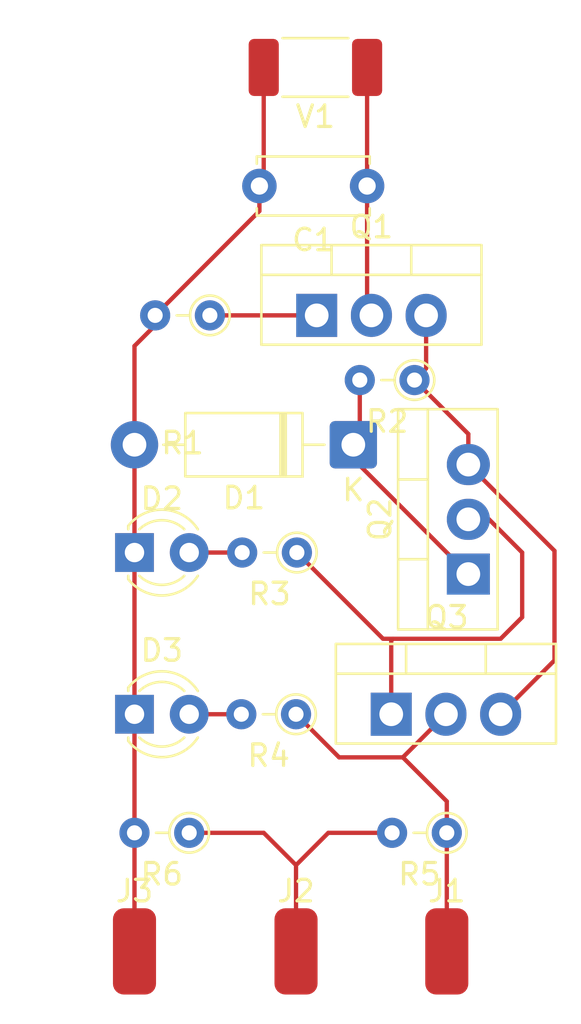
<source format=kicad_pcb>
(kicad_pcb (version 20241229) (generator "pcbnew") (generator_version "9.0")
  (layers (0 "F.Cu" signal) (2 "B.Cu" signal) (13 "F.Paste" user) (15 "B.Paste" user) (5 "F.SilkS" user "F.Silkscreen") (7 "B.SilkS" user "B.Silkscreen") (1 "F.Mask" user) (3 "B.Mask" user) (25 "Edge.Cuts" user))
  (net 0 "")
  (net 1 "GND")
  (net 2 "Net-(Q1-D)")
  (net 3 "Net-(D1-K)")
  (net 4 "Net-(D2-A)")
  (net 5 "Net-(D3-A)")
  (net 6 "Net-(Q1-G)")
  (net 7 "Net-(Q1-S)")
  (net 8 "Net-(Q2-D)")
  (net 9 "/Vout")
  (net 10 "/VGND")
  (footprint "LED_THT:LED_D3.0mm" (layer "F.Cu") (at 113 87.5)
    (property "Reference" "D3" (at 1.27 -2.96 0) (layer "F.SilkS"))
    (property "Value" "LED")
    (fp_line (start -0.29 -1.236) (end -0.29 -1.08) (stroke (width 0.12)) (layer "F.SilkS"))
    (fp_line (start -0.29 1.08) (end -0.29 1.236) (stroke (width 0.12)) (layer "F.SilkS"))
    (fp_arc (start -0.29 -1.235516) (mid 1.36566 -1.987699) (end 2.941437 -1.08) (stroke (width 0.12)) (layer "F.SilkS"))
    (fp_arc (start 0.229039 -1.08) (mid 1.27 -1.5) (end 2.310961 -1.08) (stroke (width 0.12)) (layer "F.SilkS"))
    (fp_arc (start 2.310961 1.08) (mid 1.27 1.5) (end 0.229039 1.08) (stroke (width 0.12)) (layer "F.SilkS"))
    (fp_arc (start 2.941437 1.08) (mid 1.36566 1.987699) (end -0.29 1.235516) (stroke (width 0.12)) (layer "F.SilkS"))
    (pad "1" thru_hole rect (at 0 0) (size 1.8 1.8) (drill 0.9) (layers "*.Cu" "*.Mask") (net 1 "GND"))
    (pad "2" thru_hole circle (at 2.54 0) (size 1.8 1.8) (drill 0.9) (layers "*.Cu" "*.Mask") (net 5 "Net-(D3-A)"))
  )
  (footprint "Resistor_THT:R_Axial_DIN0204_L3.6mm_D1.6mm_P2.54mm_Vertical" (layer "F.Cu") (at 116.5 69 180)
    (property "Reference" "R1" (at 1.27 -5.92 0) (layer "F.SilkS"))
    (property "Value" "100k")
    (fp_line (start 0.92 0) (end 1.54 0) (stroke (width 0.12)) (layer "F.SilkS"))
    (fp_circle (center 0 0) (end 0.92 0) (stroke (width 0.12)) (fill no) (layer "F.SilkS"))
    (pad "1" thru_hole circle (at 0 0 180) (size 1.4 1.4) (drill 0.7) (layers "*.Cu" "*.Mask") (net 6 "Net-(Q1-G)"))
    (pad "2" thru_hole circle (at 2.54 0 180) (size 1.4 1.4) (drill 0.7) (layers "*.Cu" "*.Mask") (net 1 "GND"))
  )
  (footprint "Diode_THT:D_DO-41_SOD81_P10.16mm_Horizontal" (layer "F.Cu") (at 123.16 75 180)
    (property "Reference" "D1" (at 5.08 -2.47 0) (layer "F.SilkS"))
    (property "Value" "9V")
    (fp_line (start 8.82 0) (end 7.8 0) (stroke (width 0.12)) (layer "F.SilkS"))
    (fp_line (start 3.38 -1.47) (end 3.38 1.47) (stroke (width 0.12)) (layer "F.SilkS"))
    (fp_line (start 3.26 -1.47) (end 3.26 1.47) (stroke (width 0.12)) (layer "F.SilkS"))
    (fp_line (start 3.14 -1.47) (end 3.14 1.47) (stroke (width 0.12)) (layer "F.SilkS"))
    (fp_line (start 1.34 0) (end 2.36 0) (stroke (width 0.12)) (layer "F.SilkS"))
    (fp_rect (start 2.36 -1.47) (end 7.8 1.47) (stroke (width 0.12)) (fill no) (layer "F.SilkS"))
    (fp_text user "K" (at 0 -2.1 0) (layer "F.SilkS"))
    (pad "1" thru_hole roundrect (at 0 0 180) (size 2.2 2.2) (drill 1.1) (layers "*.Cu" "*.Mask") (roundrect_rratio 0.113636) (net 3 "Net-(D1-K)"))
    (pad "2" thru_hole circle (at 10.16 0 180) (size 2.2 2.2) (drill 1.1) (layers "*.Cu" "*.Mask") (net 1 "GND"))
  )
  (footprint "Package_TO_SOT_THT:TO-220-3_Vertical" (layer "F.Cu") (at 124.92 87.5)
    (property "Reference" "Q3" (at 2.58 -4.5 0) (layer "F.SilkS"))
    (property "Value" "IRF4905")
    (fp_line (start -2.57 -3.26) (end 7.65 -3.26) (stroke (width 0.12)) (layer "F.SilkS"))
    (fp_line (start -2.57 -1.88) (end 7.65 -1.88) (stroke (width 0.12)) (layer "F.SilkS"))
    (fp_line (start -2.57 1.36) (end -2.57 -3.26) (stroke (width 0.12)) (layer "F.SilkS"))
    (fp_line (start 0.69 -3.26) (end 0.69 -1.88) (stroke (width 0.12)) (layer "F.SilkS"))
    (fp_line (start 4.39 -3.26) (end 4.39 -1.88) (stroke (width 0.12)) (layer "F.SilkS"))
    (fp_line (start 7.65 -3.26) (end 7.65 1.36) (stroke (width 0.12)) (layer "F.SilkS"))
    (fp_line (start 7.65 1.36) (end -2.57 1.36) (stroke (width 0.12)) (layer "F.SilkS"))
    (pad "1" thru_hole rect (at 0 0) (size 1.905 2) (drill 1.1) (layers "*.Cu" "*.Mask") (net 8 "Net-(Q2-D)"))
    (pad "2" thru_hole oval (at 2.54 0) (size 1.905 2) (drill 1.1) (layers "*.Cu" "*.Mask") (net 9 "/Vout"))
    (pad "3" thru_hole oval (at 5.08 0) (size 1.905 2) (drill 1.1) (layers "*.Cu" "*.Mask") (net 7 "Net-(Q1-S)"))
  )
  (footprint "Resistor_THT:R_Axial_DIN0204_L3.6mm_D1.6mm_P2.54mm_Vertical" (layer "F.Cu") (at 115.54 93 180)
    (property "Reference" "R6" (at 1.27 -1.92 0) (layer "F.SilkS"))
    (property "Value" "100k")
    (fp_line (start 0.92 0) (end 1.54 0) (stroke (width 0.12)) (layer "F.SilkS"))
    (fp_circle (center 0 0) (end 0.92 0) (stroke (width 0.12)) (fill no) (layer "F.SilkS"))
    (pad "1" thru_hole circle (at 0 0 180) (size 1.4 1.4) (drill 0.7) (layers "*.Cu" "*.Mask") (net 10 "/VGND"))
    (pad "2" thru_hole circle (at 2.54 0 180) (size 1.4 1.4) (drill 0.7) (layers "*.Cu" "*.Mask") (net 1 "GND"))
  )
  (footprint "Resistor_THT:R_Axial_DIN0204_L3.6mm_D1.6mm_P2.54mm_Vertical" (layer "F.Cu") (at 120.5 87.5 180)
    (property "Reference" "R4" (at 1.27 -1.92 0) (layer "F.SilkS"))
    (property "Value" "10k")
    (fp_line (start 0.92 0) (end 1.54 0) (stroke (width 0.12)) (layer "F.SilkS"))
    (fp_circle (center 0 0) (end 0.92 0) (stroke (width 0.12)) (fill no) (layer "F.SilkS"))
    (pad "1" thru_hole circle (at 0 0 180) (size 1.4 1.4) (drill 0.7) (layers "*.Cu" "*.Mask") (net 9 "/Vout"))
    (pad "2" thru_hole circle (at 2.54 0 180) (size 1.4 1.4) (drill 0.7) (layers "*.Cu" "*.Mask") (net 5 "Net-(D3-A)"))
  )
  (footprint "Package_TO_SOT_THT:TO-220-3_Vertical" (layer "F.Cu") (at 128.5 81 90)
    (property "Reference" "Q2" (at 2.54 -4.1 90) (layer "F.SilkS"))
    (property "Value" "IRF4905")
    (fp_line (start 7.65 -3.26) (end 7.65 1.36) (stroke (width 0.12)) (layer "F.SilkS"))
    (fp_line (start 4.39 -3.26) (end 4.39 -1.88) (stroke (width 0.12)) (layer "F.SilkS"))
    (fp_line (start 0.69 -3.26) (end 0.69 -1.88) (stroke (width 0.12)) (layer "F.SilkS"))
    (fp_line (start -2.57 -3.26) (end 7.65 -3.26) (stroke (width 0.12)) (layer "F.SilkS"))
    (fp_line (start -2.57 -1.88) (end 7.65 -1.88) (stroke (width 0.12)) (layer "F.SilkS"))
    (fp_line (start 7.65 1.36) (end -2.57 1.36) (stroke (width 0.12)) (layer "F.SilkS"))
    (fp_line (start -2.57 1.36) (end -2.57 -3.26) (stroke (width 0.12)) (layer "F.SilkS"))
    (pad "1" thru_hole rect (at 0 0 90) (size 1.905 2) (drill 1.1) (layers "*.Cu" "*.Mask") (net 3 "Net-(D1-K)"))
    (pad "2" thru_hole oval (at 2.54 0 90) (size 1.905 2) (drill 1.1) (layers "*.Cu" "*.Mask") (net 8 "Net-(Q2-D)"))
    (pad "3" thru_hole oval (at 5.08 0 90) (size 1.905 2) (drill 1.1) (layers "*.Cu" "*.Mask") (net 7 "Net-(Q1-S)"))
  )
  (footprint "Capacitor_THT:C_Disc_D5.0mm_W2.5mm_P5.00mm" (layer "F.Cu") (at 123.8 63 180)
    (property "Reference" "C1" (at 2.5 -2.5 0) (layer "F.SilkS"))
    (property "Value" "0.01")
    (fp_line (start 5.12 1.37) (end -0.12 1.37) (stroke (width 0.12)) (layer "F.SilkS"))
    (fp_line (start 5.12 1.033) (end 5.12 1.37) (stroke (width 0.12)) (layer "F.SilkS"))
    (fp_line (start 5.12 -1.37) (end 5.12 -1.033) (stroke (width 0.12)) (layer "F.SilkS"))
    (fp_line (start -0.12 1.37) (end -0.12 1.033) (stroke (width 0.12)) (layer "F.SilkS"))
    (fp_line (start -0.12 -1.033) (end -0.12 -1.37) (stroke (width 0.12)) (layer "F.SilkS"))
    (fp_line (start -0.12 -1.37) (end 5.12 -1.37) (stroke (width 0.12)) (layer "F.SilkS"))
    (pad "1" thru_hole circle (at 0 0 180) (size 1.6 1.6) (drill 0.8) (layers "*.Cu" "*.Mask") (net 2 "Net-(Q1-D)"))
    (pad "2" thru_hole circle (at 5 0 180) (size 1.6 1.6) (drill 0.8) (layers "*.Cu" "*.Mask") (net 1 "GND"))
  )
  (footprint "Connector_Wire:SolderWirePad_1x01_SMD_2x4mm" (layer "F.Cu") (at 127.5 98.5)
    (property "Reference" "J1" (at 0 -2.8 0) (layer "F.SilkS"))
    (property "Value" "Conn_01x01_Pin")
    (pad "1" smd roundrect (at 0 0) (size 2 4) (layers "F.Cu" "F.Mask") (net 9 "/Vout"))
  )
  (footprint "Resistor_THT:R_Axial_DIN0204_L3.6mm_D1.6mm_P2.54mm_Vertical" (layer "F.Cu") (at 126 72 180)
    (property "Reference" "R2" (at 1.27 -1.92 0) (layer "F.SilkS"))
    (property "Value" "100k")
    (fp_line (start 0.92 0) (end 1.54 0) (stroke (width 0.12)) (layer "F.SilkS"))
    (fp_circle (center 0 0) (end 0.92 0) (stroke (width 0.12)) (fill no) (layer "F.SilkS"))
    (pad "1" thru_hole circle (at 0 0 180) (size 1.4 1.4) (drill 0.7) (layers "*.Cu" "*.Mask") (net 7 "Net-(Q1-S)"))
    (pad "2" thru_hole circle (at 2.54 0 180) (size 1.4 1.4) (drill 0.7) (layers "*.Cu" "*.Mask") (net 3 "Net-(D1-K)"))
  )
  (footprint "Resistor_SMD:R_2010_5025Metric_Pad1.40x2.65mm_HandSolder" (layer "F.Cu") (at 121.4 57.5 180)
    (property "Reference" "V1" (at 0 -2.28 0) (layer "F.SilkS"))
    (property "Value" "9V")
    (fp_line (start -1.527064 1.36) (end 1.527064 1.36) (stroke (width 0.12)) (layer "F.SilkS"))
    (fp_line (start -1.527064 -1.36) (end 1.527064 -1.36) (stroke (width 0.12)) (layer "F.SilkS"))
    (pad "1" smd roundrect (at -2.4 0 180) (size 1.4 2.65) (layers "F.Cu" "F.Mask" "F.Paste") (roundrect_rratio 0.178571) (net 2 "Net-(Q1-D)"))
    (pad "2" smd roundrect (at 2.4 0 180) (size 1.4 2.65) (layers "F.Cu" "F.Mask" "F.Paste") (roundrect_rratio 0.178571) (net 1 "GND"))
  )
  (footprint "Resistor_THT:R_Axial_DIN0204_L3.6mm_D1.6mm_P2.54mm_Vertical" (layer "F.Cu") (at 127.5 93 180)
    (property "Reference" "R5" (at 1.27 -1.92 0) (layer "F.SilkS"))
    (property "Value" "100k")
    (fp_line (start 0.92 0) (end 1.54 0) (stroke (width 0.12)) (layer "F.SilkS"))
    (fp_circle (center 0 0) (end 0.92 0) (stroke (width 0.12)) (fill no) (layer "F.SilkS"))
    (pad "1" thru_hole circle (at 0 0 180) (size 1.4 1.4) (drill 0.7) (layers "*.Cu" "*.Mask") (net 9 "/Vout"))
    (pad "2" thru_hole circle (at 2.54 0 180) (size 1.4 1.4) (drill 0.7) (layers "*.Cu" "*.Mask") (net 10 "/VGND"))
  )
  (footprint "Connector_Wire:SolderWirePad_1x01_SMD_2x4mm" (layer "F.Cu") (at 113 98.5)
    (property "Reference" "J3" (at 0 -2.8 0) (layer "F.SilkS"))
    (property "Value" "Conn_01x01_Pin")
    (pad "1" smd roundrect (at 0 0) (size 2 4) (layers "F.Cu" "F.Mask") (net 1 "GND"))
  )
  (footprint "Connector_Wire:SolderWirePad_1x01_SMD_2x4mm" (layer "F.Cu") (at 120.5 98.5)
    (property "Reference" "J2" (at 0 -2.8 0) (layer "F.SilkS"))
    (property "Value" "Conn_01x01_Pin")
    (pad "1" smd roundrect (at 0 0) (size 2 4) (layers "F.Cu" "F.Mask") (net 10 "/VGND"))
  )
  (footprint "Resistor_THT:R_Axial_DIN0204_L3.6mm_D1.6mm_P2.54mm_Vertical" (layer "F.Cu") (at 120.54 80 180)
    (property "Reference" "R3" (at 1.27 -1.92 0) (layer "F.SilkS"))
    (property "Value" "10k")
    (fp_line (start 0.92 0) (end 1.54 0) (stroke (width 0.12)) (layer "F.SilkS"))
    (fp_circle (center 0 0) (end 0.92 0) (stroke (width 0.12)) (fill no) (layer "F.SilkS"))
    (pad "1" thru_hole circle (at 0 0 180) (size 1.4 1.4) (drill 0.7) (layers "*.Cu" "*.Mask") (net 8 "Net-(Q2-D)"))
    (pad "2" thru_hole circle (at 2.54 0 180) (size 1.4 1.4) (drill 0.7) (layers "*.Cu" "*.Mask") (net 4 "Net-(D2-A)"))
  )
  (footprint "Package_TO_SOT_THT:TO-220-3_Vertical" (layer "F.Cu") (at 121.46 69)
    (property "Reference" "Q1" (at 2.54 -4.1 0) (layer "F.SilkS"))
    (property "Value" "IRF4905")
    (fp_line (start -2.57 -3.26) (end 7.65 -3.26) (stroke (width 0.12)) (layer "F.SilkS"))
    (fp_line (start -2.57 -1.88) (end 7.65 -1.88) (stroke (width 0.12)) (layer "F.SilkS"))
    (fp_line (start -2.57 1.36) (end -2.57 -3.26) (stroke (width 0.12)) (layer "F.SilkS"))
    (fp_line (start 0.69 -3.26) (end 0.69 -1.88) (stroke (width 0.12)) (layer "F.SilkS"))
    (fp_line (start 4.39 -3.26) (end 4.39 -1.88) (stroke (width 0.12)) (layer "F.SilkS"))
    (fp_line (start 7.65 -3.26) (end 7.65 1.36) (stroke (width 0.12)) (layer "F.SilkS"))
    (fp_line (start 7.65 1.36) (end -2.57 1.36) (stroke (width 0.12)) (layer "F.SilkS"))
    (pad "1" thru_hole rect (at 0 0) (size 1.905 2) (drill 1.1) (layers "*.Cu" "*.Mask") (net 6 "Net-(Q1-G)"))
    (pad "2" thru_hole oval (at 2.54 0) (size 1.905 2) (drill 1.1) (layers "*.Cu" "*.Mask") (net 2 "Net-(Q1-D)"))
    (pad "3" thru_hole oval (at 5.08 0) (size 1.905 2) (drill 1.1) (layers "*.Cu" "*.Mask") (net 7 "Net-(Q1-S)"))
  )
  (footprint "LED_THT:LED_D3.0mm" (layer "F.Cu") (at 113 80)
    (property "Reference" "D2" (at 1.27 -2.5 0) (layer "F.SilkS"))
    (property "Value" "LED")
    (fp_line (start -0.29 -1.236) (end -0.29 -1.08) (stroke (width 0.12)) (layer "F.SilkS"))
    (fp_line (start -0.29 1.08) (end -0.29 1.236) (stroke (width 0.12)) (layer "F.SilkS"))
    (fp_arc (start -0.29 -1.235516) (mid 1.36566 -1.987699) (end 2.941437 -1.08) (stroke (width 0.12)) (layer "F.SilkS"))
    (fp_arc (start 0.229039 -1.08) (mid 1.27 -1.5) (end 2.310961 -1.08) (stroke (width 0.12)) (layer "F.SilkS"))
    (fp_arc (start 2.310961 1.08) (mid 1.27 1.5) (end 0.229039 1.08) (stroke (width 0.12)) (layer "F.SilkS"))
    (fp_arc (start 2.941437 1.08) (mid 1.36566 1.987699) (end -0.29 1.235516) (stroke (width 0.12)) (layer "F.SilkS"))
    (pad "1" thru_hole rect (at 0 0) (size 1.8 1.8) (drill 0.9) (layers "*.Cu" "*.Mask") (net 1 "GND"))
    (pad "2" thru_hole circle (at 2.54 0) (size 1.8 1.8) (drill 0.9) (layers "*.Cu" "*.Mask") (net 4 "Net-(D2-A)"))
  )
  (segment (start 119 57.5) (end 119 62.8) (width 0.2) (layer "F.Cu") (net 1))
  (segment (start 113 87) (end 113 80) (width 0.2) (layer "F.Cu") (net 1))
  (segment (start 119 62.8) (end 118.8 63) (width 0.2) (layer "F.Cu") (net 1))
  (segment (start 118.8 63) (end 118.8 64.16) (width 0.2) (layer "F.Cu") (net 1))
  (segment (start 113.96 69) (end 113.96 69.46) (width 0.2) (layer "F.Cu") (net 1))
  (segment (start 113 70.42) (end 113 75) (width 0.2) (layer "F.Cu") (net 1))
  (segment (start 113.96 69.46) (end 113 70.42) (width 0.2) (layer "F.Cu") (net 1))
  (segment (start 113 80) (end 113 75) (width 0.2) (layer "F.Cu") (net 1))
  (segment (start 113 93) (end 113 87) (width 0.2) (layer "F.Cu") (net 1))
  (segment (start 113 98.5) (end 113 93) (width 0.2) (layer "F.Cu") (net 1))
  (segment (start 118.8 64.16) (end 113.96 69) (width 0.2) (layer "F.Cu") (net 1))
  (segment (start 123.8 68.8) (end 124 69) (width 0.2) (layer "F.Cu") (net 2))
  (segment (start 123.8 63) (end 123.8 68.8) (width 0.2) (layer "F.Cu") (net 2))
  (segment (start 123.8 57.5) (end 123.8 63) (width 0.2) (layer "F.Cu") (net 2))
  (segment (start 123.16 75.66) (end 128.5 81) (width 0.2) (layer "F.Cu") (net 3))
  (segment (start 123.46 74.7) (end 123.16 75) (width 0.2) (layer "F.Cu") (net 3))
  (segment (start 123.46 72) (end 123.46 74.7) (width 0.2) (layer "F.Cu") (net 3))
  (segment (start 123.16 75) (end 123.16 75.66) (width 0.2) (layer "F.Cu") (net 3))
  (segment (start 115.54 80) (end 118 80) (width 0.2) (layer "F.Cu") (net 4))
  (segment (start 117.96 87.5) (end 115.54 87.5) (width 0.2) (layer "F.Cu") (net 5))
  (segment (start 121.46 69) (end 116.5 69) (width 0.2) (layer "F.Cu") (net 6))
  (segment (start 132.5 79.92) (end 128.5 75.92) (width 0.2) (layer "F.Cu") (net 7))
  (segment (start 128.5 74.5) (end 128.5 75.92) (width 0.2) (layer "F.Cu") (net 7))
  (segment (start 132.5 85) (end 132.5 79.92) (width 0.2) (layer "F.Cu") (net 7))
  (segment (start 126.54 71.46) (end 126 72) (width 0.2) (layer "F.Cu") (net 7))
  (segment (start 130 87.5) (end 132.5 85) (width 0.2) (layer "F.Cu") (net 7))
  (segment (start 126 72) (end 128.5 74.5) (width 0.2) (layer "F.Cu") (net 7))
  (segment (start 126.54 69) (end 126.54 71.46) (width 0.2) (layer "F.Cu") (net 7))
  (segment (start 131 80) (end 129.46 78.46) (width 0.2) (layer "F.Cu") (net 8))
  (segment (start 129.46 78.46) (end 128.5 78.46) (width 0.2) (layer "F.Cu") (net 8))
  (segment (start 124.92 87.5) (end 124.92 84.08) (width 0.2) (layer "F.Cu") (net 8))
  (segment (start 125 84) (end 130 84) (width 0.2) (layer "F.Cu") (net 8))
  (segment (start 124.92 84.08) (end 125 84) (width 0.2) (layer "F.Cu") (net 8))
  (segment (start 120.54 80) (end 124.54 84) (width 0.2) (layer "F.Cu") (net 8))
  (segment (start 124.54 84) (end 125 84) (width 0.2) (layer "F.Cu") (net 8))
  (segment (start 131 83) (end 131 80) (width 0.2) (layer "F.Cu") (net 8))
  (segment (start 130 84) (end 131 83) (width 0.2) (layer "F.Cu") (net 8))
  (segment (start 127.5 93) (end 127.5 91.54) (width 0.2) (layer "F.Cu") (net 9))
  (segment (start 122.5 89.5) (end 125.46 89.5) (width 0.2) (layer "F.Cu") (net 9))
  (segment (start 120.5 87.5) (end 122.5 89.5) (width 0.2) (layer "F.Cu") (net 9))
  (segment (start 127.5 91.54) (end 125.46 89.5) (width 0.2) (layer "F.Cu") (net 9))
  (segment (start 127.5 98.5) (end 127.5 93) (width 0.2) (layer "F.Cu") (net 9))
  (segment (start 125.46 89.5) (end 127.46 87.5) (width 0.2) (layer "F.Cu") (net 9))
  (segment (start 119 93) (end 120.5 94.5) (width 0.2) (layer "F.Cu") (net 10))
  (segment (start 120.5 94.5) (end 120.5 98.5) (width 0.2) (layer "F.Cu") (net 10))
  (segment (start 115.54 93) (end 119 93) (width 0.2) (layer "F.Cu") (net 10))
  (segment (start 122 93) (end 120.5 94.5) (width 0.2) (layer "F.Cu") (net 10))
  (segment (start 124.96 93) (end 122 93) (width 0.2) (layer "F.Cu") (net 10))
)
</source>
